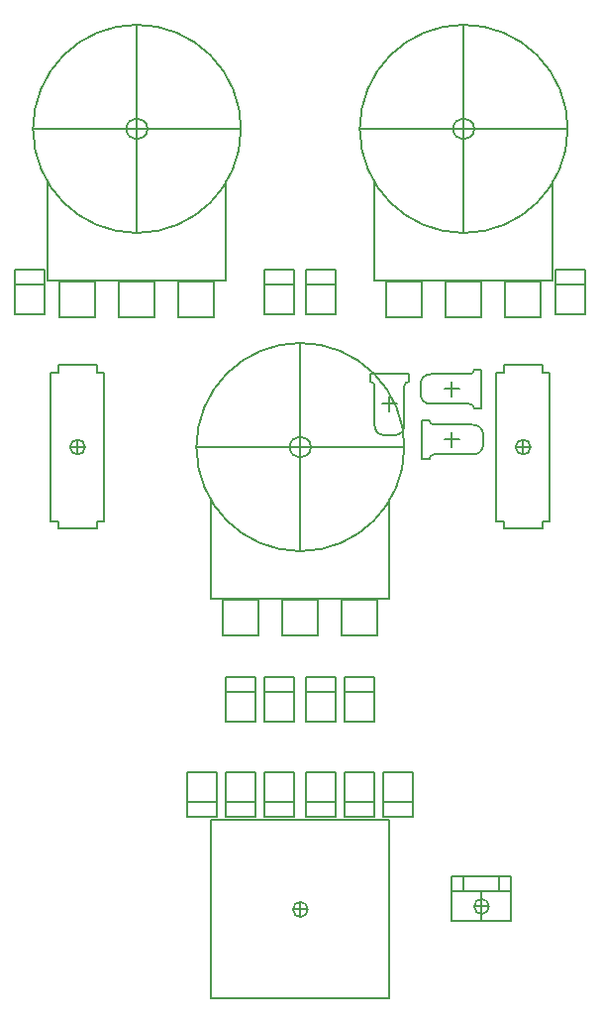
<source format=gbr>
G04 #@! TF.GenerationSoftware,KiCad,Pcbnew,(5.1.8-0-10_14)*
G04 #@! TF.CreationDate,2020-11-14T19:44:57+01:00*
G04 #@! TF.ProjectId,fet-amplifier,6665742d-616d-4706-9c69-666965722e6b,rev?*
G04 #@! TF.SameCoordinates,Original*
G04 #@! TF.FileFunction,Legend,Bot*
G04 #@! TF.FilePolarity,Positive*
%FSLAX46Y46*%
G04 Gerber Fmt 4.6, Leading zero omitted, Abs format (unit mm)*
G04 Created by KiCad (PCBNEW (5.1.8-0-10_14)) date 2020-11-14 19:44:57*
%MOMM*%
%LPD*%
G01*
G04 APERTURE LIST*
%ADD10C,0.127000*%
%ADD11C,0.152400*%
G04 APERTURE END LIST*
D10*
X106934000Y-131064000D02*
X106934000Y-129794000D01*
X103886000Y-131064000D02*
X103886000Y-129794000D01*
X106934000Y-131064000D02*
X106934000Y-129794000D01*
X102870000Y-130175000D02*
X102870000Y-131064000D01*
X102870000Y-129794000D02*
X102870000Y-130175000D01*
X103886000Y-129794000D02*
X102870000Y-129794000D01*
X106934000Y-129794000D02*
X103886000Y-129794000D01*
X107950000Y-129794000D02*
X106934000Y-129794000D01*
X107950000Y-131064000D02*
X107950000Y-129794000D01*
X105410000Y-133604000D02*
X102870000Y-133604000D01*
X105410000Y-131064000D02*
X105410000Y-133604000D01*
X107950000Y-133604000D02*
X107950000Y-131064000D01*
X105410000Y-133604000D02*
X107950000Y-133604000D01*
X102870000Y-131064000D02*
X102870000Y-133604000D01*
X103886000Y-131064000D02*
X102870000Y-131064000D01*
X105410000Y-131064000D02*
X103886000Y-131064000D01*
X106934000Y-131064000D02*
X105410000Y-131064000D01*
X107950000Y-131064000D02*
X106934000Y-131064000D01*
X106045000Y-132334000D02*
X104775000Y-132334000D01*
X105410000Y-132969000D02*
X105410000Y-131699000D01*
X106045000Y-132334000D02*
G75*
G03*
X106045000Y-132334000I-635000J0D01*
G01*
X71501000Y-93091000D02*
G75*
G03*
X71501000Y-93091000I-635000J0D01*
G01*
D11*
X69215000Y-86106000D02*
X69215000Y-86741000D01*
X72517000Y-86106000D02*
X69215000Y-86106000D01*
X72517000Y-86741000D02*
X72517000Y-86106000D01*
X73152000Y-86741000D02*
X72517000Y-86741000D01*
X73152000Y-99441000D02*
X73152000Y-86741000D01*
X72517000Y-99441000D02*
X73152000Y-99441000D01*
X72517000Y-100076000D02*
X72517000Y-99441000D01*
X69215000Y-100076000D02*
X72517000Y-100076000D01*
X69215000Y-99441000D02*
X69215000Y-100076000D01*
X68580000Y-99441000D02*
X69215000Y-99441000D01*
X68580000Y-86741000D02*
X68580000Y-99441000D01*
X69215000Y-86741000D02*
X68580000Y-86741000D01*
D10*
X70231000Y-93091000D02*
X71501000Y-93091000D01*
X70866000Y-92456000D02*
X70866000Y-93726000D01*
X109601000Y-93091000D02*
G75*
G03*
X109601000Y-93091000I-635000J0D01*
G01*
D11*
X110617000Y-100076000D02*
X110617000Y-99441000D01*
X107315000Y-100076000D02*
X110617000Y-100076000D01*
X107315000Y-99441000D02*
X107315000Y-100076000D01*
X106680000Y-99441000D02*
X107315000Y-99441000D01*
X106680000Y-86741000D02*
X106680000Y-99441000D01*
X107315000Y-86741000D02*
X106680000Y-86741000D01*
X107315000Y-86106000D02*
X107315000Y-86741000D01*
X110617000Y-86106000D02*
X107315000Y-86106000D01*
X110617000Y-86741000D02*
X110617000Y-86106000D01*
X111252000Y-86741000D02*
X110617000Y-86741000D01*
X111252000Y-99441000D02*
X111252000Y-86741000D01*
X110617000Y-99441000D02*
X111252000Y-99441000D01*
D10*
X109601000Y-93091000D02*
X108331000Y-93091000D01*
X108966000Y-93726000D02*
X108966000Y-92456000D01*
X90551000Y-132588000D02*
G75*
G03*
X90551000Y-132588000I-635000J0D01*
G01*
X89281000Y-132588000D02*
X90551000Y-132588000D01*
X89916000Y-131953000D02*
X89916000Y-133223000D01*
D11*
X97536000Y-140208000D02*
X97536000Y-124968000D01*
X82296000Y-140208000D02*
X97536000Y-140208000D01*
X82296000Y-124968000D02*
X82296000Y-140208000D01*
X97536000Y-124968000D02*
X82296000Y-124968000D01*
D10*
X82550000Y-82042000D02*
X82550000Y-78994000D01*
X79502000Y-82042000D02*
X82550000Y-82042000D01*
X79502000Y-78994000D02*
X79502000Y-82042000D01*
X77470000Y-82042000D02*
X77470000Y-78994000D01*
X74422000Y-82042000D02*
X77470000Y-82042000D01*
X74422000Y-78994000D02*
X74422000Y-82042000D01*
X72390000Y-82042000D02*
X72390000Y-78994000D01*
X69342000Y-82042000D02*
X72390000Y-82042000D01*
X69342000Y-78994000D02*
X69342000Y-82042000D01*
X79502000Y-78994000D02*
X82550000Y-78994000D01*
X74422000Y-78994000D02*
X77470000Y-78994000D01*
X69342000Y-78994000D02*
X72390000Y-78994000D01*
X68326000Y-78867000D02*
X83566000Y-78867000D01*
X67056000Y-65913000D02*
X84836000Y-65913000D01*
X75946000Y-74803000D02*
X75946000Y-57023000D01*
X83566000Y-78867000D02*
X83566000Y-70358000D01*
X68326000Y-70358000D02*
X68326000Y-78867000D01*
X76844000Y-65913000D02*
G75*
G03*
X76844000Y-65913000I-898000J0D01*
G01*
X67056000Y-65913000D02*
G75*
G03*
X75946000Y-74803000I8890000J0D01*
G01*
X75946000Y-74803000D02*
G75*
G03*
X84836000Y-65913000I0J8890000D01*
G01*
X84836000Y-65913002D02*
G75*
G03*
X75946000Y-57023000I-8889901J101D01*
G01*
X75946002Y-57023000D02*
G75*
G03*
X67056000Y-65913000I-101J-8889901D01*
G01*
X110490000Y-82042000D02*
X110490000Y-78994000D01*
X107442000Y-82042000D02*
X110490000Y-82042000D01*
X107442000Y-78994000D02*
X107442000Y-82042000D01*
X105410000Y-82042000D02*
X105410000Y-78994000D01*
X102362000Y-82042000D02*
X105410000Y-82042000D01*
X102362000Y-78994000D02*
X102362000Y-82042000D01*
X100330000Y-82042000D02*
X100330000Y-78994000D01*
X97282000Y-82042000D02*
X100330000Y-82042000D01*
X97282000Y-78994000D02*
X97282000Y-82042000D01*
X107442000Y-78994000D02*
X110490000Y-78994000D01*
X102362000Y-78994000D02*
X105410000Y-78994000D01*
X97282000Y-78994000D02*
X100330000Y-78994000D01*
X96266000Y-78867000D02*
X111506000Y-78867000D01*
X94996000Y-65913000D02*
X112776000Y-65913000D01*
X103886000Y-74803000D02*
X103886000Y-57023000D01*
X111506000Y-78867000D02*
X111506000Y-70358000D01*
X96266000Y-70358000D02*
X96266000Y-78867000D01*
X104784000Y-65913000D02*
G75*
G03*
X104784000Y-65913000I-898000J0D01*
G01*
X94996000Y-65913000D02*
G75*
G03*
X103886000Y-74803000I8890000J0D01*
G01*
X103886000Y-74803000D02*
G75*
G03*
X112776000Y-65913000I0J8890000D01*
G01*
X112776000Y-65913002D02*
G75*
G03*
X103886000Y-57023000I-8889901J101D01*
G01*
X103886002Y-57023000D02*
G75*
G03*
X94996000Y-65913000I-101J-8889901D01*
G01*
X96520000Y-109220000D02*
X96520000Y-106172000D01*
X93472000Y-109220000D02*
X96520000Y-109220000D01*
X93472000Y-106172000D02*
X93472000Y-109220000D01*
X91440000Y-109220000D02*
X91440000Y-106172000D01*
X88392000Y-109220000D02*
X91440000Y-109220000D01*
X88392000Y-106172000D02*
X88392000Y-109220000D01*
X86360000Y-109220000D02*
X86360000Y-106172000D01*
X83312000Y-109220000D02*
X86360000Y-109220000D01*
X83312000Y-106172000D02*
X83312000Y-109220000D01*
X93472000Y-106172000D02*
X96520000Y-106172000D01*
X88392000Y-106172000D02*
X91440000Y-106172000D01*
X83312000Y-106172000D02*
X86360000Y-106172000D01*
X82296000Y-106045000D02*
X97536000Y-106045000D01*
X81026000Y-93091000D02*
X98806000Y-93091000D01*
X89916000Y-101981000D02*
X89916000Y-84201000D01*
X97536000Y-106045000D02*
X97536000Y-97536000D01*
X82296000Y-97536000D02*
X82296000Y-106045000D01*
X90814000Y-93091000D02*
G75*
G03*
X90814000Y-93091000I-898000J0D01*
G01*
X81026000Y-93091000D02*
G75*
G03*
X89916000Y-101981000I8890000J0D01*
G01*
X89916000Y-101981000D02*
G75*
G03*
X98806000Y-93091000I0J8890000D01*
G01*
X98806000Y-93091002D02*
G75*
G03*
X89916000Y-84201000I-8889901J101D01*
G01*
X89916002Y-84201000D02*
G75*
G03*
X81026000Y-93091000I-101J-8889901D01*
G01*
D11*
X97028000Y-124714000D02*
X97028000Y-123444000D01*
X99568000Y-124714000D02*
X97028000Y-124714000D01*
X99568000Y-123444000D02*
X99568000Y-124714000D01*
X99568000Y-123444000D02*
X99568000Y-120904000D01*
X97028000Y-123444000D02*
X99568000Y-123444000D01*
X97028000Y-120904000D02*
X97028000Y-123444000D01*
X99568000Y-120904000D02*
X97028000Y-120904000D01*
X93726000Y-124714000D02*
X93726000Y-123444000D01*
X96266000Y-124714000D02*
X93726000Y-124714000D01*
X96266000Y-123444000D02*
X96266000Y-124714000D01*
X96266000Y-123444000D02*
X96266000Y-120904000D01*
X93726000Y-123444000D02*
X96266000Y-123444000D01*
X93726000Y-120904000D02*
X93726000Y-123444000D01*
X96266000Y-120904000D02*
X93726000Y-120904000D01*
X114300000Y-77978000D02*
X114300000Y-79248000D01*
X111760000Y-77978000D02*
X114300000Y-77978000D01*
X111760000Y-79248000D02*
X111760000Y-77978000D01*
X111760000Y-79248000D02*
X111760000Y-81788000D01*
X114300000Y-79248000D02*
X111760000Y-79248000D01*
X114300000Y-81788000D02*
X114300000Y-79248000D01*
X111760000Y-81788000D02*
X114300000Y-81788000D01*
X90424000Y-124714000D02*
X90424000Y-123444000D01*
X92964000Y-124714000D02*
X90424000Y-124714000D01*
X92964000Y-123444000D02*
X92964000Y-124714000D01*
X92964000Y-123444000D02*
X92964000Y-120904000D01*
X90424000Y-123444000D02*
X92964000Y-123444000D01*
X90424000Y-120904000D02*
X90424000Y-123444000D01*
X92964000Y-120904000D02*
X90424000Y-120904000D01*
X86868000Y-124714000D02*
X86868000Y-123444000D01*
X89408000Y-124714000D02*
X86868000Y-124714000D01*
X89408000Y-123444000D02*
X89408000Y-124714000D01*
X89408000Y-123444000D02*
X89408000Y-120904000D01*
X86868000Y-123444000D02*
X89408000Y-123444000D01*
X86868000Y-120904000D02*
X86868000Y-123444000D01*
X89408000Y-120904000D02*
X86868000Y-120904000D01*
X92964000Y-77978000D02*
X92964000Y-79248000D01*
X90424000Y-77978000D02*
X92964000Y-77978000D01*
X90424000Y-79248000D02*
X90424000Y-77978000D01*
X90424000Y-79248000D02*
X90424000Y-81788000D01*
X92964000Y-79248000D02*
X90424000Y-79248000D01*
X92964000Y-81788000D02*
X92964000Y-79248000D01*
X90424000Y-81788000D02*
X92964000Y-81788000D01*
X83566000Y-124714000D02*
X83566000Y-123444000D01*
X86106000Y-124714000D02*
X83566000Y-124714000D01*
X86106000Y-123444000D02*
X86106000Y-124714000D01*
X86106000Y-123444000D02*
X86106000Y-120904000D01*
X83566000Y-123444000D02*
X86106000Y-123444000D01*
X83566000Y-120904000D02*
X83566000Y-123444000D01*
X86106000Y-120904000D02*
X83566000Y-120904000D01*
X80264000Y-124714000D02*
X80264000Y-123444000D01*
X82804000Y-124714000D02*
X80264000Y-124714000D01*
X82804000Y-123444000D02*
X82804000Y-124714000D01*
X82804000Y-123444000D02*
X82804000Y-120904000D01*
X80264000Y-123444000D02*
X82804000Y-123444000D01*
X80264000Y-120904000D02*
X80264000Y-123444000D01*
X82804000Y-120904000D02*
X80264000Y-120904000D01*
X89408000Y-112776000D02*
X89408000Y-114046000D01*
X86868000Y-112776000D02*
X89408000Y-112776000D01*
X86868000Y-114046000D02*
X86868000Y-112776000D01*
X86868000Y-114046000D02*
X86868000Y-116586000D01*
X89408000Y-114046000D02*
X86868000Y-114046000D01*
X89408000Y-116586000D02*
X89408000Y-114046000D01*
X86868000Y-116586000D02*
X89408000Y-116586000D01*
X89408000Y-77978000D02*
X89408000Y-79248000D01*
X86868000Y-77978000D02*
X89408000Y-77978000D01*
X86868000Y-79248000D02*
X86868000Y-77978000D01*
X86868000Y-79248000D02*
X86868000Y-81788000D01*
X89408000Y-79248000D02*
X86868000Y-79248000D01*
X89408000Y-81788000D02*
X89408000Y-79248000D01*
X86868000Y-81788000D02*
X89408000Y-81788000D01*
X96266000Y-112776000D02*
X96266000Y-114046000D01*
X93726000Y-112776000D02*
X96266000Y-112776000D01*
X93726000Y-114046000D02*
X93726000Y-112776000D01*
X93726000Y-114046000D02*
X93726000Y-116586000D01*
X96266000Y-114046000D02*
X93726000Y-114046000D01*
X96266000Y-116586000D02*
X96266000Y-114046000D01*
X93726000Y-116586000D02*
X96266000Y-116586000D01*
X68072000Y-77978000D02*
X68072000Y-79248000D01*
X65532000Y-77978000D02*
X68072000Y-77978000D01*
X65532000Y-79248000D02*
X65532000Y-77978000D01*
X65532000Y-79248000D02*
X65532000Y-81788000D01*
X68072000Y-79248000D02*
X65532000Y-79248000D01*
X68072000Y-81788000D02*
X68072000Y-79248000D01*
X65532000Y-81788000D02*
X68072000Y-81788000D01*
X92964000Y-112776000D02*
X92964000Y-114046000D01*
X90424000Y-112776000D02*
X92964000Y-112776000D01*
X90424000Y-114046000D02*
X90424000Y-112776000D01*
X90424000Y-114046000D02*
X90424000Y-116586000D01*
X92964000Y-114046000D02*
X90424000Y-114046000D01*
X92964000Y-116586000D02*
X92964000Y-114046000D01*
X90424000Y-116586000D02*
X92964000Y-116586000D01*
X86106000Y-112776000D02*
X86106000Y-114046000D01*
X83566000Y-112776000D02*
X86106000Y-112776000D01*
X83566000Y-114046000D02*
X83566000Y-112776000D01*
X83566000Y-114046000D02*
X83566000Y-116586000D01*
X86106000Y-114046000D02*
X83566000Y-114046000D01*
X86106000Y-116586000D02*
X86106000Y-114046000D01*
X83566000Y-116586000D02*
X86106000Y-116586000D01*
D10*
X100203000Y-87630000D02*
X100203000Y-88646000D01*
X101092000Y-89408000D02*
X104394000Y-89408000D01*
X101092000Y-86868000D02*
X104394000Y-86868000D01*
X104775000Y-89789000D02*
X105410000Y-89789000D01*
X105410000Y-89789000D02*
X105410000Y-86487000D01*
X105410000Y-86487000D02*
X104775000Y-86487000D01*
X102870000Y-87503000D02*
X102870000Y-88773000D01*
X102235000Y-88138000D02*
X103505000Y-88138000D01*
X104775000Y-86487000D02*
G75*
G02*
X104394000Y-86868000I-381000J0D01*
G01*
X104775000Y-89789000D02*
G75*
G03*
X104394000Y-89408000I-381000J0D01*
G01*
X101092001Y-89407999D02*
G75*
G02*
X100203000Y-88646000I-63501J825500D01*
G01*
X100202999Y-87630001D02*
G75*
G02*
X101092000Y-86868000I825501J-63500D01*
G01*
X105537000Y-92964000D02*
X105537000Y-91948000D01*
X104648000Y-91186000D02*
X101346000Y-91186000D01*
X104648000Y-93726000D02*
X101346000Y-93726000D01*
X100965000Y-90805000D02*
X100330000Y-90805000D01*
X100330000Y-90805000D02*
X100330000Y-94107000D01*
X100330000Y-94107000D02*
X100965000Y-94107000D01*
X102870000Y-93091000D02*
X102870000Y-91821000D01*
X103505000Y-92456000D02*
X102235000Y-92456000D01*
X100965000Y-94107000D02*
G75*
G02*
X101346000Y-93726000I381000J0D01*
G01*
X100965000Y-90805000D02*
G75*
G03*
X101346000Y-91186000I381000J0D01*
G01*
X104647999Y-91186001D02*
G75*
G02*
X105537000Y-91948000I63501J-825500D01*
G01*
X105537001Y-92963999D02*
G75*
G02*
X104648000Y-93726000I-825501J63500D01*
G01*
X97028000Y-92075000D02*
X98044000Y-92075000D01*
X98806000Y-91186000D02*
X98806000Y-87884000D01*
X96266000Y-91186000D02*
X96266000Y-87884000D01*
X99187000Y-87503000D02*
X99187000Y-86868000D01*
X99187000Y-86868000D02*
X95885000Y-86868000D01*
X95885000Y-86868000D02*
X95885000Y-87503000D01*
X96901000Y-89408000D02*
X98171000Y-89408000D01*
X97536000Y-90043000D02*
X97536000Y-88773000D01*
X95885000Y-87503000D02*
G75*
G02*
X96266000Y-87884000I0J-381000D01*
G01*
X99187000Y-87503000D02*
G75*
G03*
X98806000Y-87884000I0J-381000D01*
G01*
X98805999Y-91185999D02*
G75*
G02*
X98044000Y-92075000I-825500J-63501D01*
G01*
X97028001Y-92075001D02*
G75*
G02*
X96266000Y-91186000I63500J825501D01*
G01*
M02*

</source>
